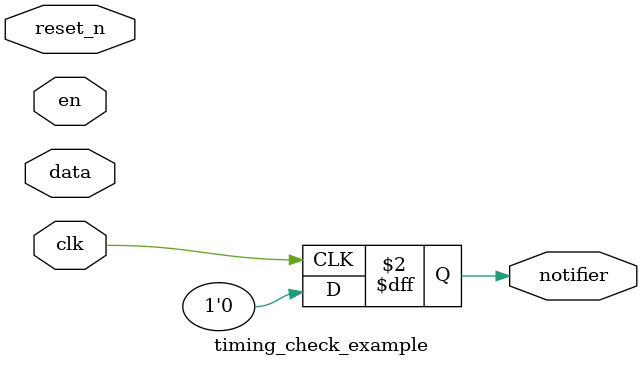
<source format=sv>
module timing_check_example (
    input wire clk,
    input wire data,
    input wire en,
    input wire reset_n,
    output reg notifier
);
    always @(posedge clk) notifier <= 1'b0;
    specify
        $setup(posedge data, posedge clk, 10, notifier);
        $hold(negedge data, negedge clk, 5, notifier);
        $recovery(posedge reset_n, posedge clk, 8, notifier);
        $removal(negedge reset_n, negedge clk, 7, notifier);
        $skew(posedge data, posedge clk, 12, notifier);
        $setuphold(posedge data, posedge clk, 6, 8, notifier, en, reset_n, data, clk);
        $recrem(posedge data, posedge clk, 9, 11, notifier, en, reset_n, data, clk);
        $period(posedge clk, 20, notifier);
        $width(posedge data, 5, 6, notifier);
        $nochange(posedge clk, data, 10, 20, notifier);
    endspecify
endmodule


</source>
